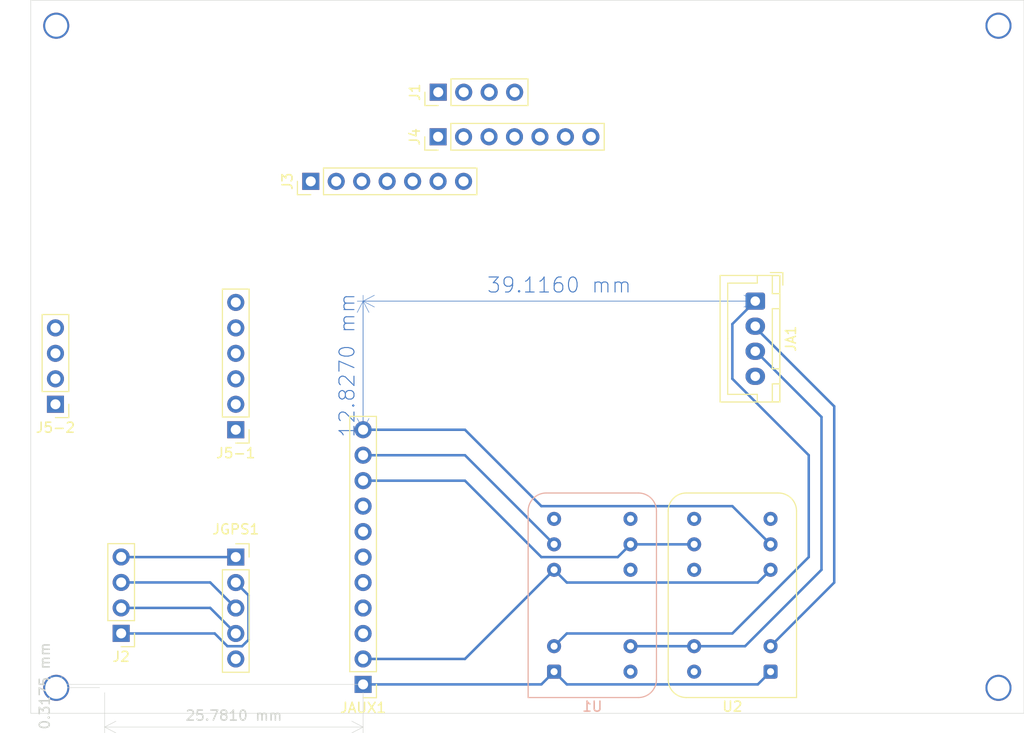
<source format=kicad_pcb>
(kicad_pcb (version 20211014) (generator pcbnew)
  (layers (0 "F.Cu" signal) (31 "B.Cu" signal) (34 "B.Paste" user) (35 "F.Paste" user) (36 "B.SilkS" user "B.Silkscreen") (37 "F.SilkS" user "F.Silkscreen") (38 "B.Mask" user) (39 "F.Mask" user) (44 "Edge.Cuts" user))
  (net 0 "")
  (net 1 "/5V3")
  (net 2 "/GND3")
  (net 3 "/MOSI")
  (net 4 "/SS_AUX")
  (net 5 "/MISO")
  (net 6 "/SCL")
  (net 7 "/SDA")
  (net 8 "/XCL")
  (net 9 "/OPT_EXT")
  (net 10 "/D12")
  (net 11 "/5V2")
  (net 12 "/GND")
  (net 13 "/GPSRX")
  (net 14 "/GPSTX")
  (net 15 "/PPS")
  (net 24 "/A2")
  (net 25 "/A1")
  (net 26 "/GAIN")
  (net 27 "/ST")
  (net 29 "/APCSET")
  (net 30 "/APCAUX")
  (net 31 "/APCEN")
  (net 32 "/APCRX")
  (net 33 "/APCTX")
  (net 34 "/BME3VO")
  (net 35 "/BMESCK")
  (net 36 "/BMESDO")
  (net 37 "/BMESDI")
  (net 38 "/BMECS")
  (net 39 "/BNO3VO")
  (net 40 "/BNORST")
  (net 41 "/PS0")
  (net 42 "/PS1")
  (net 43 "/ADR")
  (net 44 "/CAMRX")
  (net 45 "/CAMTX")
  (net 46 "/INT")
  (footprint "OptoDevice:Hamamatsu_C12880" (layer "F.Cu") (at 193.04 133.35 180)
    (fp_text reference "U2" (at 3.81 -3.48) (layer "F.SilkS"))
    (fp_text value "C12666MA")
    (fp_line (start -0.79 17.82) (end 8.41 17.82) (layer "F.SilkS") (width 0.12))
    (fp_line (start 10.21 16.02) (end 10.21 -0.78) (layer "F.SilkS") (width 0.12))
    (fp_line (start 8.41 -2.58) (end -2.59 -2.58) (layer "F.SilkS") (width 0.12))
    (fp_line (start -2.59 -2.58) (end -2.59 16.02) (layer "F.SilkS") (width 0.12))
    (fp_arc (start 8.41 -2.58) (mid 9.682792 -2.052792) (end 10.21 -0.78) (layer "F.SilkS") (width 0.12))
    (fp_arc (start -0.79 17.82) (mid -2.062792 17.292792) (end -2.59 16.02) (layer "F.SilkS") (width 0.12))
    (fp_arc (start 10.21 16.02) (mid 9.682792 17.292792) (end 8.41 17.82) (layer "F.SilkS") (width 0.12))
    (pad "1" thru_hole roundrect (at 0 0 180) (size 1.4 1.4) (drill 0.7) (layers *.Cu *.Mask) (roundrect_rratio 0.1785) (net 1 "/5V3"))
    (pad "2" thru_hole circle (at 0 2.54 180) (size 1.4 1.4) (drill 0.7) (layers *.Cu *.Mask) (net 24 "/A2"))
    (pad "3" thru_hole circle (at 0 10.16 180) (size 1.4 1.4) (drill 0.7) (layers *.Cu *.Mask) (net 2 "/GND3"))
    (pad "4" thru_hole circle (at 0 12.7 180) (size 1.4 1.4) (drill 0.7) (layers *.Cu *.Mask) (net 10 "/D12"))
    (pad "5" thru_hole circle (at 0 15.24 180) (size 1.4 1.4) (drill 0.7) (layers *.Cu *.Mask))
    (pad "6" thru_hole circle (at 7.62 15.24 180) (size 1.4 1.4) (drill 0.7) (layers *.Cu *.Mask))
    (pad "7" thru_hole circle (at 7.62 12.7 180) (size 1.4 1.4) (drill 0.7) (layers *.Cu *.Mask) (net 27 "/ST"))
    (pad "8" thru_hole circle (at 7.62 10.16 180) (size 1.4 1.4) (drill 0.7) (layers *.Cu *.Mask))
    (pad "9" thru_hole circle (at 7.62 2.54 180) (size 1.4 1.4) (drill 0.7) (layers *.Cu *.Mask) (net 26 "/GAIN"))
    (pad "10" thru_hole circle (at 7.62 0 180) (size 1.4 1.4) (drill 0.7) (layers *.Cu *.Mask))
  )
  (footprint "Connector_PinHeader_2.54mm:PinHeader_1x07_P2.54mm_Vertical" (layer "F.Cu") (at 159.88 80 90)
    (fp_text reference "J4" (at 0 -2.33 90) (layer "F.SilkS"))
    (fp_text value "BME280")
    (fp_line (start -1.33 0) (end -1.33 -1.33) (layer "F.SilkS") (width 0.12))
    (fp_line (start -1.33 1.27) (end -1.33 16.57) (layer "F.SilkS") (width 0.12))
    (fp_line (start -1.33 16.57) (end 1.33 16.57) (layer "F.SilkS") (width 0.12))
    (fp_line (start -1.33 -1.33) (end 0 -1.33) (layer "F.SilkS") (width 0.12))
    (fp_line (start -1.33 1.27) (end 1.33 1.27) (layer "F.SilkS") (width 0.12))
    (fp_line (start 1.33 1.27) (end 1.33 16.57) (layer "F.SilkS") (width 0.12))
    (pad "1" thru_hole rect (at 0 0 90) (size 1.7 1.7) (drill 1) (layers *.Cu *.Mask) (net 1 "/5V3"))
    (pad "2" thru_hole oval (at 0 2.54 90) (size 1.7 1.7) (drill 1) (layers *.Cu *.Mask) (net 34 "/BME3VO"))
    (pad "3" thru_hole oval (at 0 5.08 90) (size 1.7 1.7) (drill 1) (layers *.Cu *.Mask) (net 2 "/GND3"))
    (pad "4" thru_hole oval (at 0 7.62 90) (size 1.7 1.7) (drill 1) (layers *.Cu *.Mask) (net 35 "/BMESCK"))
    (pad "5" thru_hole oval (at 0 10.16 90) (size 1.7 1.7) (drill 1) (layers *.Cu *.Mask) (net 36 "/BMESDO"))
    (pad "6" thru_hole oval (at 0 12.7 90) (size 1.7 1.7) (drill 1) (layers *.Cu *.Mask) (net 37 "/BMESDI"))
    (pad "7" thru_hole oval (at 0 15.24 90) (size 1.7 1.7) (drill 1) (layers *.Cu *.Mask) (net 38 "/BMECS"))
  )
  (footprint "Connector_PinHeader_2.54mm:PinHeader_1x06_P2.54mm_Vertical" (layer "F.Cu") (at 139.7 109.22 180)
    (fp_text reference "J5-1" (at 0 -2.33) (layer "F.SilkS"))
    (fp_text value "BNO055-1")
    (fp_line (start -1.33 14.03) (end 1.33 14.03) (layer "F.SilkS") (width 0.12))
    (fp_line (start -1.33 -1.33) (end 0 -1.33) (layer "F.SilkS") (width 0.12))
    (fp_line (start -1.33 1.27) (end -1.33 14.03) (layer "F.SilkS") (width 0.12))
    (fp_line (start -1.33 0) (end -1.33 -1.33) (layer "F.SilkS") (width 0.12))
    (fp_line (start -1.33 1.27) (end 1.33 1.27) (layer "F.SilkS") (width 0.12))
    (fp_line (start 1.33 1.27) (end 1.33 14.03) (layer "F.SilkS") (width 0.12))
    (pad "1" thru_hole rect (at 0 0 180) (size 1.7 1.7) (drill 1) (layers *.Cu *.Mask) (net 1 "/5V3"))
    (pad "2" thru_hole oval (at 0 2.54 180) (size 1.7 1.7) (drill 1) (layers *.Cu *.Mask) (net 39 "/BNO3VO"))
    (pad "3" thru_hole oval (at 0 5.08 180) (size 1.7 1.7) (drill 1) (layers *.Cu *.Mask) (net 2 "/GND3"))
    (pad "4" thru_hole oval (at 0 7.62 180) (size 1.7 1.7) (drill 1) (layers *.Cu *.Mask) (net 7 "/SDA"))
    (pad "5" thru_hole oval (at 0 10.16 180) (size 1.7 1.7) (drill 1) (layers *.Cu *.Mask) (net 6 "/SCL"))
    (pad "6" thru_hole oval (at 0 12.7 180) (size 1.7 1.7) (drill 1) (layers *.Cu *.Mask) (net 40 "/BNORST"))
  )
  (footprint "Connector_PinHeader_2.54mm:PinHeader_1x04_P2.54mm_Vertical" (layer "F.Cu") (at 159.895 75.555 90)
    (fp_text reference "J1" (at 0 -2.33 90) (layer "F.SilkS"))
    (fp_text value "Camera")
    (fp_line (start -1.33 0) (end -1.33 -1.33) (layer "F.SilkS") (width 0.12))
    (fp_line (start -1.33 1.27) (end 1.33 1.27) (layer "F.SilkS") (width 0.12))
    (fp_line (start -1.33 8.95) (end 1.33 8.95) (layer "F.SilkS") (width 0.12))
    (fp_line (start -1.33 1.27) (end -1.33 8.95) (layer "F.SilkS") (width 0.12))
    (fp_line (start 1.33 1.27) (end 1.33 8.95) (layer "F.SilkS") (width 0.12))
    (fp_line (start -1.33 -1.33) (end 0 -1.33) (layer "F.SilkS") (width 0.12))
    (pad "1" thru_hole rect (at 0 0 90) (size 1.7 1.7) (drill 1) (layers *.Cu *.Mask) (net 1 "/5V3"))
    (pad "2" thru_hole oval (at 0 2.54 90) (size 1.7 1.7) (drill 1) (layers *.Cu *.Mask) (net 2 "/GND3"))
    (pad "3" thru_hole oval (at 0 5.08 90) (size 1.7 1.7) (drill 1) (layers *.Cu *.Mask) (net 44 "/CAMRX"))
    (pad "4" thru_hole oval (at 0 7.62 90) (size 1.7 1.7) (drill 1) (layers *.Cu *.Mask) (net 45 "/CAMTX"))
  )
  (footprint "Connector_PinHeader_2.54mm:PinHeader_1x11_P2.54mm_Vertical" (layer "F.Cu") (at 152.4 134.62 180)
    (fp_text reference "JAUX1" (at 0 -2.33) (layer "F.SilkS"))
    (fp_text value "GPS")
    (fp_line (start -1.33 0) (end -1.33 -1.33) (layer "F.SilkS") (width 0.12))
    (fp_line (start -1.33 26.73) (end 1.33 26.73) (layer "F.SilkS") (width 0.12))
    (fp_line (start 1.33 1.27) (end 1.33 26.73) (layer "F.SilkS") (width 0.12))
    (fp_line (start -1.33 1.27) (end -1.33 26.73) (layer "F.SilkS") (width 0.12))
    (fp_line (start -1.33 1.27) (end 1.33 1.27) (layer "F.SilkS") (width 0.12))
    (fp_line (start -1.33 -1.33) (end 0 -1.33) (layer "F.SilkS") (width 0.12))
    (pad "1" thru_hole rect (at 0 0 180) (size 1.7 1.7) (drill 1) (layers *.Cu *.Mask) (net 1 "/5V3"))
    (pad "2" thru_hole oval (at 0 2.54 180) (size 1.7 1.7) (drill 1) (layers *.Cu *.Mask) (net 2 "/GND3"))
    (pad "3" thru_hole oval (at 0 5.08 180) (size 1.7 1.7) (drill 1) (layers *.Cu *.Mask) (net 3 "/MOSI"))
    (pad "4" thru_hole oval (at 0 7.62 180) (size 1.7 1.7) (drill 1) (layers *.Cu *.Mask) (net 4 "/SS_AUX"))
    (pad "5" thru_hole oval (at 0 10.16 180) (size 1.7 1.7) (drill 1) (layers *.Cu *.Mask) (net 5 "/MISO"))
    (pad "6" thru_hole oval (at 0 12.7 180) (size 1.7 1.7) (drill 1) (layers *.Cu *.Mask) (net 6 "/SCL"))
    (pad "7" thru_hole oval (at 0 15.24 180) (size 1.7 1.7) (drill 1) (layers *.Cu *.Mask) (net 7 "/SDA"))
    (pad "8" thru_hole oval (at 0 17.78 180) (size 1.7 1.7) (drill 1) (layers *.Cu *.Mask) (net 8 "/XCL"))
    (pad "9" thru_hole oval (at 0 20.32 180) (size 1.7 1.7) (drill 1) (layers *.Cu *.Mask) (net 27 "/ST"))
    (pad "10" thru_hole oval (at 0 22.86 180) (size 1.7 1.7) (drill 1) (layers *.Cu *.Mask) (net 9 "/OPT_EXT"))
    (pad "11" thru_hole oval (at 0 25.4 180) (size 1.7 1.7) (drill 1) (layers *.Cu *.Mask) (net 10 "/D12"))
  )
  (footprint "Connector_PinSocket_2.54mm:PinSocket_1x05_P2.54mm_Vertical" (layer "F.Cu") (at 139.7 121.92)
    (fp_text reference "JGPS1" (at 0 -2.77) (layer "F.SilkS"))
    (fp_text value "GPS")
    (fp_line (start 0 -1.33) (end 1.33 -1.33) (layer "F.SilkS") (width 0.12))
    (fp_line (start 1.33 1.27) (end 1.33 11.49) (layer "F.SilkS") (width 0.12))
    (fp_line (start -1.33 1.27) (end 1.33 1.27) (layer "F.SilkS") (width 0.12))
    (fp_line (start 1.33 -1.33) (end 1.33 0) (layer "F.SilkS") (width 0.12))
    (fp_line (start -1.33 11.49) (end 1.33 11.49) (layer "F.SilkS") (width 0.12))
    (fp_line (start -1.33 1.27) (end -1.33 11.49) (layer "F.SilkS") (width 0.12))
    (pad "1" thru_hole rect (at 0 0) (size 1.7 1.7) (drill 1) (layers *.Cu *.Mask) (net 11 "/5V2"))
    (pad "2" thru_hole oval (at 0 2.54) (size 1.7 1.7) (drill 1) (layers *.Cu *.Mask) (net 12 "/GND"))
    (pad "3" thru_hole oval (at 0 5.08) (size 1.7 1.7) (drill 1) (layers *.Cu *.Mask) (net 13 "/GPSRX"))
    (pad "4" thru_hole oval (at 0 7.62) (size 1.7 1.7) (drill 1) (layers *.Cu *.Mask) (net 14 "/GPSTX"))
    (pad "5" thru_hole oval (at 0 10.16) (size 1.7 1.7) (drill 1) (layers *.Cu *.Mask) (net 15 "/PPS"))
  )
  (footprint "Connector_JST:JST_XH_B4B-XH-A_1x04_P2.50mm_Vertical" (layer "F.Cu") (at 191.516 96.393 -90)
    (fp_text reference "JA1" (at 3.75 -3.55 90) (layer "F.SilkS"))
    (fp_text value "Conn_01x04_Female")
    (fp_line (start -2.55 -2.45) (end -2.55 -1.7) (layer "F.SilkS") (width 0.12))
    (fp_line (start 9.3 2.75) (end 3.75 2.75) (layer "F.SilkS") (width 0.12))
    (fp_line (start -2.56 3.51) (end 10.06 3.51) (layer "F.SilkS") (width 0.12))
    (fp_line (start -1.8 -0.2) (end -1.8 2.75) (layer "F.SilkS") (width 0.12))
    (fp_line (start 10.06 3.51) (end 10.06 -2.46) (layer "F.SilkS") (width 0.12))
    (fp_line (start 0.75 -1.7) (end 6.75 -1.7) (layer "F.SilkS") (width 0.12))
    (fp_line (start 10.05 -1.7) (end 10.05 -2.45) (layer "F.SilkS") (width 0.12))
    (fp_line (start -1.8 2.75) (end 3.75 2.75) (layer "F.SilkS") (width 0.12))
    (fp_line (start 10.05 -2.45) (end 8.25 -2.45) (layer "F.SilkS") (width 0.12))
    (fp_line (start 10.06 -2.46) (end -2.56 -2.46) (layer "F.SilkS") (width 0.12))
    (fp_line (start 0.75 -2.45) (end 0.75 -1.7) (layer "F.SilkS") (width 0.12))
    (fp_line (start 8.25 -1.7) (end 10.05 -1.7) (layer "F.SilkS") (width 0.12))
    (fp_line (start -2.85 -2.75) (end -2.85 -1.5) (layer "F.SilkS") (width 0.12))
    (fp_line (start 6.75 -1.7) (end 6.75 -2.45) (layer "F.SilkS") (width 0.12))
    (fp_line (start -2.55 -1.7) (end -0.75 -1.7) (layer "F.SilkS") (width 0.12))
    (fp_line (start -0.75 -2.45) (end -2.55 -2.45) (layer "F.SilkS") (width 0.12))
    (fp_line (start 6.75 -2.45) (end 0.75 -2.45) (layer "F.SilkS") (width 0.12))
    (fp_line (start -2.56 -2.46) (end -2.56 3.51) (layer "F.SilkS") (width 0.12))
    (fp_line (start -2.55 -0.2) (end -1.8 -0.2) (layer "F.SilkS") (width 0.12))
    (fp_line (start 8.25 -2.45) (end 8.25 -1.7) (layer "F.SilkS") (width 0.12))
    (fp_line (start -1.6 -2.75) (end -2.85 -2.75) (layer "F.SilkS") (width 0.12))
    (fp_line (start 10.05 -0.2) (end 9.3 -0.2) (layer "F.SilkS") (width 0.12))
    (fp_line (start 9.3 -0.2) (end 9.3 2.75) (layer "F.SilkS") (width 0.12))
    (fp_line (start -0.75 -1.7) (end -0.75 -2.45) (layer "F.SilkS") (width 0.12))
    (pad "1" thru_hole roundrect (at 0 0 270) (size 1.7 1.95) (drill 0.95) (layers *.Cu *.Mask) (roundrect_rratio 0.147059) (net 25 "/A1"))
    (pad "2" thru_hole oval (at 2.5 0 270) (size 1.7 1.95) (drill 0.95) (layers *.Cu *.Mask) (net 24 "/A2"))
    (pad "3" thru_hole oval (at 5 0 270) (size 1.7 1.95) (drill 0.95) (layers *.Cu *.Mask) (net 26 "/GAIN"))
    (pad "4" thru_hole oval (at 7.5 0 270) (size 1.7 1.95) (drill 0.95) (layers *.Cu *.Mask))
  )
  (footprint "" (layer "F.Cu") (at 121.793 134.9629)
    (fp_text reference "" (at 0 0) (layer "F.SilkS") (effects (font (size 1.27 1.27))))
    (fp_text value "" (at 0 0) (layer "F.SilkS") (effects (font (size 1.27 1.27))))
    (pad "1" thru_hole circle locked (at 0 0) (size 2.6 2.6) (drill 2.2) (layers *.Cu *.Mask))
  )
  (footprint "" (layer "F.Cu") (at 121.793 68.9229)
    (fp_text reference "" (at 0 0) (layer "F.SilkS") (effects (font (size 1.27 1.27))))
    (fp_text value "" (at 0 0) (layer "F.SilkS") (effects (font (size 1.27 1.27))))
    (pad "1" thru_hole circle locked (at 0 0) (size 2.6 2.6) (drill 2.2) (layers *.Cu *.Mask))
  )
  (footprint "" (layer "F.Cu") (at 215.773 134.9629)
    (fp_text reference "" (at 0 0) (layer "F.SilkS") (effects (font (size 1.27 1.27))))
    (fp_text value "" (at 0 0) (layer "F.SilkS") (effects (font (size 1.27 1.27))))
    (pad "1" thru_hole circle locked (at 0 0) (size 2.6 2.6) (drill 2.2) (layers *.Cu *.Mask))
  )
  (footprint "Connector_PinHeader_2.54mm:PinHeader_1x04_P2.54mm_Vertical" (layer "F.Cu") (at 128.27 129.53 180)
    (fp_text reference "J2" (at 0 -2.33) (layer "F.SilkS"))
    (fp_text value "GPS")
    (fp_line (start -1.33 8.95) (end 1.33 8.95) (layer "F.SilkS") (width 0.12))
    (fp_line (start -1.33 0) (end -1.33 -1.33) (layer "F.SilkS") (width 0.12))
    (fp_line (start 1.33 1.27) (end 1.33 8.95) (layer "F.SilkS") (width 0.12))
    (fp_line (start -1.33 1.27) (end -1.33 8.95) (layer "F.SilkS") (width 0.12))
    (fp_line (start -1.33 1.27) (end 1.33 1.27) (layer "F.SilkS") (width 0.12))
    (fp_line (start -1.33 -1.33) (end 0 -1.33) (layer "F.SilkS") (width 0.12))
    (pad "1" thru_hole rect (at 0 0 180) (size 1.7 1.7) (drill 1) (layers *.Cu *.Mask) (net 12 "/GND"))
    (pad "2" thru_hole oval (at 0 2.54 180) (size 1.7 1.7) (drill 1) (layers *.Cu *.Mask) (net 14 "/GPSTX"))
    (pad "3" thru_hole oval (at 0 5.08 180) (size 1.7 1.7) (drill 1) (layers *.Cu *.Mask) (net 13 "/GPSRX"))
    (pad "4" thru_hole oval (at 0 7.62 180) (size 1.7 1.7) (drill 1) (layers *.Cu *.Mask) (net 11 "/5V2"))
  )
  (footprint "Connector_PinHeader_2.54mm:PinHeader_1x04_P2.54mm_Vertical" (layer "F.Cu") (at 121.715 106.68 180)
    (fp_text reference "J5-2" (at 0 -2.33) (layer "F.SilkS"))
    (fp_text value "BNO055-2")
    (fp_line (start -1.33 0) (end -1.33 -1.33) (layer "F.SilkS") (width 0.12))
    (fp_line (start -1.33 -1.33) (end 0 -1.33) (layer "F.SilkS") (width 0.12))
    (fp_line (start -1.33 8.95) (end 1.33 8.95) (layer "F.SilkS") (width 0.12))
    (fp_line (start -1.33 1.27) (end 1.33 1.27) (layer "F.SilkS") (width 0.12))
    (fp_line (start -1.33 1.27) (end -1.33 8.95) (layer "F.SilkS") (width 0.12))
    (fp_line (start 1.33 1.27) (end 1.33 8.95) (layer "F.SilkS") (width 0.12))
    (pad "1" thru_hole rect (at 0 0 180) (size 1.7 1.7) (drill 1) (layers *.Cu *.Mask) (net 41 "/PS0"))
    (pad "2" thru_hole oval (at 0 2.54 180) (size 1.7 1.7) (drill 1) (layers *.Cu *.Mask) (net 42 "/PS1"))
    (pad "3" thru_hole oval (at 0 5.08 180) (size 1.7 1.7) (drill 1) (layers *.Cu *.Mask) (net 46 "/INT"))
    (pad "4" thru_hole oval (at 0 7.62 180) (size 1.7 1.7) (drill 1) (layers *.Cu *.Mask) (net 43 "/ADR"))
  )
  (footprint "Connector_PinHeader_2.54mm:PinHeader_1x07_P2.54mm_Vertical" (layer "F.Cu") (at 147.18 84.445 90)
    (fp_text reference "J3" (at 0 -2.33 90) (layer "F.SilkS"))
    (fp_text value "APC220")
    (fp_line (start -1.33 -1.33) (end 0 -1.33) (layer "F.SilkS") (width 0.12))
    (fp_line (start -1.33 1.27) (end -1.33 16.57) (layer "F.SilkS") (width 0.12))
    (fp_line (start -1.33 0) (end -1.33 -1.33) (layer "F.SilkS") (width 0.12))
    (fp_line (start 1.33 1.27) (end 1.33 16.57) (layer "F.SilkS") (width 0.12))
    (fp_line (start -1.33 1.27) (end 1.33 1.27) (layer "F.SilkS") (width 0.12))
    (fp_line (start -1.33 16.57) (end 1.33 16.57) (layer "F.SilkS") (width 0.12))
    (pad "1" thru_hole rect (at 0 0 90) (size 1.7 1.7) (drill 1) (layers *.Cu *.Mask) (net 29 "/APCSET"))
    (pad "2" thru_hole oval (at 0 2.54 90) (size 1.7 1.7) (drill 1) (layers *.Cu *.Mask) (net 30 "/APCAUX"))
    (pad "3" thru_hole oval (at 0 5.08 90) (size 1.7 1.7) (drill 1) (layers *.Cu *.Mask) (net 31 "/APCEN"))
    (pad "4" thru_hole oval (at 0 7.62 90) (size 1.7 1.7) (drill 1) (layers *.Cu *.Mask) (net 32 "/APCRX"))
    (pad "5" thru_hole oval (at 0 10.16 90) (size 1.7 1.7) (drill 1) (layers *.Cu *.Mask) (net 33 "/APCTX"))
    (pad "6" thru_hole oval (at 0 12.7 90) (size 1.7 1.7) (drill 1) (layers *.Cu *.Mask) (net 1 "/5V3"))
    (pad "7" thru_hole oval (at 0 15.24 90) (size 1.7 1.7) (drill 1) (layers *.Cu *.Mask) (net 2 "/GND3"))
  )
  (footprint "" (layer "F.Cu") (at 215.773 68.9229)
    (fp_text reference "" (at 0 0) (layer "F.SilkS") (effects (font (size 1.27 1.27))))
    (fp_text value "" (at 0 0) (layer "F.SilkS") (effects (font (size 1.27 1.27))))
    (pad "1" thru_hole circle locked (at 0 0) (size 2.6 2.6) (drill 2.2) (layers *.Cu *.Mask))
  )
  (footprint "OptoDevice:Hamamatsu_C12880" (layer "B.Cu") (at 171.45 133.35)
    (fp_text reference "U1" (at 3.81 3.48) (layer "B.SilkS") (effects (justify mirror)))
    (fp_text value "C12666MA")
    (fp_line (start -0.79 -17.82) (end 8.41 -17.82) (layer "B.SilkS") (width 0.12))
    (fp_line (start 8.41 2.58) (end -2.59 2.58) (layer "B.SilkS") (width 0.12))
    (fp_line (start 10.21 -16.02) (end 10.21 0.78) (layer "B.SilkS") (width 0.12))
    (fp_line (start -2.59 2.58) (end -2.59 -16.02) (layer "B.SilkS") (width 0.12))
    (fp_arc (start 8.41 -17.82) (mid 9.682792 -17.292792) (end 10.21 -16.02) (layer "B.SilkS") (width 0.12))
    (fp_arc (start -2.59 -16.02) (mid -2.062792 -17.292792) (end -0.79 -17.82) (layer "B.SilkS") (width 0.12))
    (fp_arc (start 10.21 0.78) (mid 9.682792 2.052792) (end 8.41 2.58) (layer "B.SilkS") (width 0.12))
    (pad "1" thru_hole roundrect (at 0 0) (size 1.4 1.4) (drill 0.7) (layers *.Cu *.Mask) (roundrect_rratio 0.1785) (net 1 "/5V3"))
    (pad "2" thru_hole circle (at 0 -2.54) (size 1.4 1.4) (drill 0.7) (layers *.Cu *.Mask) (net 25 "/A1"))
    (pad "3" thru_hole circle (at 0 -10.16) (size 1.4 1.4) (drill 0.7) (layers *.Cu *.Mask) (net 2 "/GND3"))
    (pad "4" thru_hole circle (at 0 -12.7) (size 1.4 1.4) (drill 0.7) (layers *.Cu *.Mask) (net 9 "/OPT_EXT"))
    (pad "5" thru_hole circle (at 0 -15.24) (size 1.4 1.4) (drill 0.7) (layers *.Cu *.Mask))
    (pad "6" thru_hole circle (at 7.62 -15.24) (size 1.4 1.4) (drill 0.7) (layers *.Cu *.Mask))
    (pad "7" thru_hole circle (at 7.62 -12.7) (size 1.4 1.4) (drill 0.7) (layers *.Cu *.Mask) (net 27 "/ST"))
    (pad "8" thru_hole circle (at 7.62 -10.16) (size 1.4 1.4) (drill 0.7) (layers *.Cu *.Mask))
    (pad "9" thru_hole circle (at 7.62 -2.54) (size 1.4 1.4) (drill 0.7) (layers *.Cu *.Mask) (net 26 "/GAIN"))
    (pad "10" thru_hole circle (at 7.62 0) (size 1.4 1.4) (drill 0.7) (layers *.Cu *.Mask))
  )
  (gr_line (start 119.253 137.5029) (end 119.253 66.3829) (layer "Edge.Cuts") (width 0.05))
  (gr_line (start 119.253 66.3829) (end 218.313 66.3829) (layer "Edge.Cuts") (width 0.05))
  (gr_line (start 218.313 66.3829) (end 218.313 137.5029) (layer "Edge.Cuts") (width 0.05))
  (gr_line (start 218.313 137.5029) (end 119.253 137.5029) (layer "Edge.Cuts") (width 0.05))
  (dimension (type orthogonal) (layer "B.Cu") (pts (xy 152.4 109.22) (xy 191.516 96.393)) (height -12.827) (orientation 0) (gr_text "39.1160 mm" (at 171.958 94.793) (layer "B.Cu") (effects (font (size 1.5 1.5) (thickness 0.1)))) (format (units 3) (units_format 1) (precision 4)) (style (thickness 0.05) (arrow_length 1.27) (text_position_mode 0) (extension_height 0.58642) (extension_offset 0.5) keep_text_aligned))
  (dimension (type orthogonal) (layer "B.Cu") (pts (xy 191.516 96.393) (xy 152.4 109.22)) (height -39.116) (orientation 1) (gr_text "12.8270 mm" (at 150.8 102.8065 90) (layer "B.Cu") (effects (font (size 1.5 1.5) (thickness 0.1)))) (format (units 3) (units_format 1) (precision 4)) (style (thickness 0.05) (arrow_length 1.27) (text_position_mode 0) (extension_height 0.58642) (extension_offset 0.5) keep_text_aligned))
  (dimension (type orthogonal) (layer "Edge.Cuts") (pts (xy 152.4 134.62) (xy 126.619 134.9375)) (height -30.607) (orientation 1) (gr_text "0.3175 mm" (at 120.643 134.77875 90) (layer "Edge.Cuts") (effects (font (size 1 1) (thickness 0.15)))) (format (units 3) (units_format 1) (precision 4)) (style (thickness 0.05) (arrow_length 1.27) (text_position_mode 0) (extension_height 0.58642) (extension_offset 0.5) keep_text_aligned))
  (dimension (type orthogonal) (layer "Edge.Cuts") (pts (xy 126.619 134.9375) (xy 152.4 134.9375)) (height 3.937) (orientation 0) (gr_text "25.7810 mm" (at 139.5095 137.7245) (layer "Edge.Cuts") (effects (font (size 1 1) (thickness 0.15)))) (format (units 3) (units_format 1) (precision 4)) (style (thickness 0.05) (arrow_length 1.27) (text_position_mode 0) (extension_height 0.58642) (extension_offset 0.5) keep_text_aligned))
  (segment (start 171.45 133.35) (end 172.72 134.62) (width 0.25) (layer "B.Cu") (net 1))
  (segment (start 191.77 134.62) (end 193.04 133.35) (width 0.25) (layer "B.Cu") (net 1))
  (segment (start 172.72 134.62) (end 191.77 134.62) (width 0.25) (layer "B.Cu") (net 1))
  (segment (start 170.18 134.62) (end 171.45 133.35) (width 0.25) (layer "B.Cu") (net 1))
  (segment (start 152.4 134.62) (end 170.18 134.62) (width 0.25) (layer "B.Cu") (net 1))
  (segment (start 162.56 132.08) (end 152.4 132.08) (width 0.25) (layer "B.Cu") (net 2))
  (segment (start 172.72 124.46) (end 171.45 123.19) (width 0.25) (layer "B.Cu") (net 2))
  (segment (start 171.45 123.19) (end 162.56 132.08) (width 0.25) (layer "B.Cu") (net 2))
  (segment (start 191.77 124.46) (end 172.72 124.46) (width 0.25) (layer "B.Cu") (net 2))
  (segment (start 193.04 123.19) (end 191.77 124.46) (width 0.25) (layer "B.Cu") (net 2))
  (segment (start 152.4 111.76) (end 162.56 111.76) (width 0.25) (layer "B.Cu") (net 9))
  (segment (start 162.56 111.76) (end 171.45 120.65) (width 0.25) (layer "B.Cu") (net 9))
  (segment (start 162.56 109.22) (end 170.18 116.84) (width 0.25) (layer "B.Cu") (net 10))
  (segment (start 189.23 116.84) (end 193.04 120.65) (width 0.25) (layer "B.Cu") (net 10))
  (segment (start 152.4 109.22) (end 162.56 109.22) (width 0.25) (layer "B.Cu") (net 10))
  (segment (start 170.18 116.84) (end 189.23 116.84) (width 0.25) (layer "B.Cu") (net 10))
  (segment (start 139.7 121.92) (end 128.28 121.92) (width 0.25) (layer "B.Cu") (net 11))
  (segment (start 128.28 121.92) (end 128.27 121.91) (width 0.25) (layer "B.Cu") (net 11))
  (segment (start 140.97 130.175) (end 140.335 130.81) (width 0.25) (layer "B.Cu") (net 12))
  (segment (start 140.335 130.81) (end 138.869495 130.81) (width 0.25) (layer "B.Cu") (net 12))
  (segment locked (start 137.599495 129.54) (end 128.28 129.54) (width 0.25) (layer "B.Cu") (net 12))
  (segment (start 128.28 129.54) (end 128.27 129.53) (width 0.25) (layer "B.Cu") (net 12))
  (segment (start 140.97 125.73) (end 140.97 130.175) (width 0.25) (layer "B.Cu") (net 12))
  (segment (start 138.869495 130.81) (end 137.599495 129.54) (width 0.25) (layer "B.Cu") (net 12))
  (segment (start 139.7 124.46) (end 140.97 125.73) (width 0.25) (layer "B.Cu") (net 12))
  (segment (start 128.27 124.45) (end 137.15 124.45) (width 0.25) (layer "B.Cu") (net 13))
  (segment (start 137.15 124.45) (end 139.7 127) (width 0.25) (layer "B.Cu") (net 13))
  (segment (start 128.27 126.99) (end 137.15 126.99) (width 0.25) (layer "B.Cu") (net 14))
  (segment (start 137.15 126.99) (end 139.7 129.54) (width 0.25) (layer "B.Cu") (net 14))
  (segment (start 191.516 98.893) (end 191.516 99.018) (width 0.25) (layer "B.Cu") (net 24))
  (segment (start 191.516 99.018) (end 199.39 106.892) (width 0.25) (layer "B.Cu") (net 24))
  (segment (start 199.39 106.892) (end 199.39 124.46) (width 0.25) (layer "B.Cu") (net 24))
  (segment (start 199.39 124.46) (end 193.04 130.81) (width 0.25) (layer "B.Cu") (net 24))
  (segment (start 191.516 96.393) (end 189.23 98.679) (width 0.25) (layer "B.Cu") (net 25))
  (segment (start 196.85 121.92) (end 189.23 129.54) (width 0.25) (layer "B.Cu") (net 25))
  (segment (start 196.85 111.76) (end 196.85 121.92) (width 0.25) (layer "B.Cu") (net 25))
  (segment (start 189.23 104.14) (end 196.85 111.76) (width 0.25) (layer "B.Cu") (net 25))
  (segment (start 189.23 129.54) (end 172.72 129.54) (width 0.25) (layer "B.Cu") (net 25))
  (segment (start 172.72 129.54) (end 171.45 130.81) (width 0.25) (layer "B.Cu") (net 25))
  (segment (start 189.23 98.679) (end 189.23 104.14) (width 0.25) (layer "B.Cu") (net 25))
  (segment (start 179.07 130.81) (end 185.42 130.81) (width 0.25) (layer "B.Cu") (net 26))
  (segment (start 191.563 101.393) (end 191.516 101.393) (width 0.25) (layer "B.Cu") (net 26))
  (segment (start 198.12 107.95) (end 191.563 101.393) (width 0.25) (layer "B.Cu") (net 26))
  (segment (start 190.5 130.81) (end 198.12 123.19) (width 0.25) (layer "B.Cu") (net 26))
  (segment (start 198.12 123.19) (end 198.12 107.95) (width 0.25) (layer "B.Cu") (net 26))
  (segment (start 185.42 130.81) (end 190.5 130.81) (width 0.25) (layer "B.Cu") (net 26))
  (segment (start 152.4 114.3) (end 162.56 114.3) (width 0.25) (layer "B.Cu") (net 27))
  (segment (start 170.18 121.92) (end 177.8 121.92) (width 0.25) (layer "B.Cu") (net 27))
  (segment (start 185.42 120.65) (end 179.07 120.65) (width 0.25) (layer "B.Cu") (net 27))
  (segment (start 162.56 114.3) (end 170.18 121.92) (width 0.25) (layer "B.Cu") (net 27))
  (segment (start 177.8 121.92) (end 179.07 120.65) (width 0.25) (layer "B.Cu") (net 27))
)
</source>
